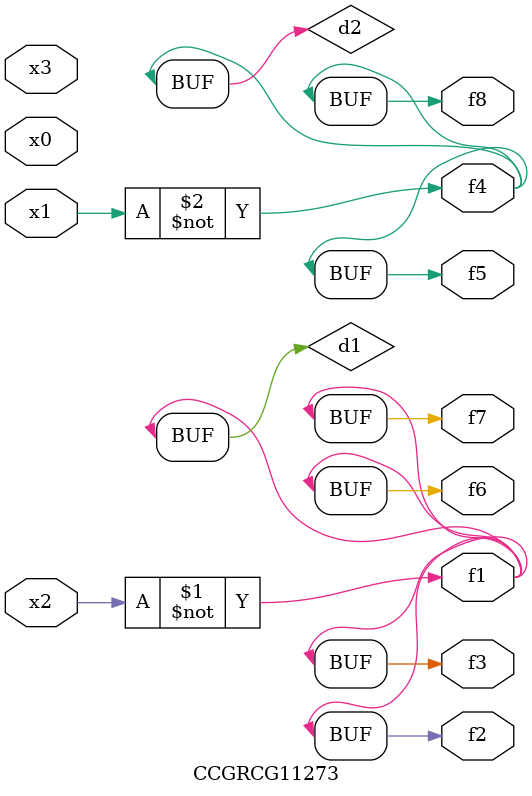
<source format=v>
module CCGRCG11273(
	input x0, x1, x2, x3,
	output f1, f2, f3, f4, f5, f6, f7, f8
);

	wire d1, d2;

	xnor (d1, x2);
	not (d2, x1);
	assign f1 = d1;
	assign f2 = d1;
	assign f3 = d1;
	assign f4 = d2;
	assign f5 = d2;
	assign f6 = d1;
	assign f7 = d1;
	assign f8 = d2;
endmodule

</source>
